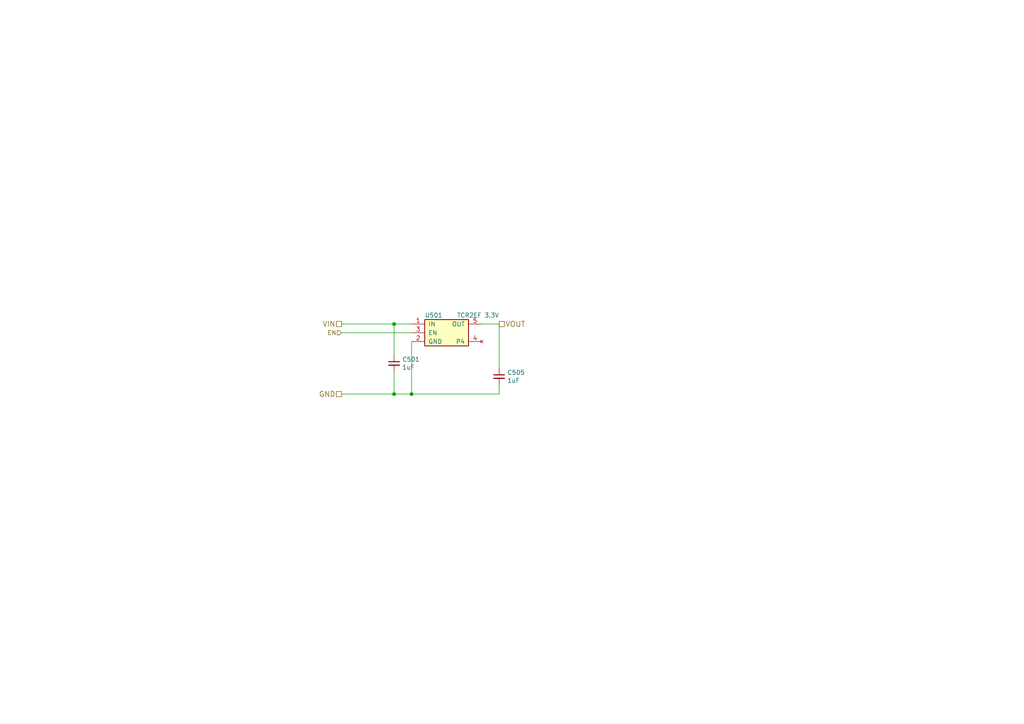
<source format=kicad_sch>
(kicad_sch (version 20211123) (generator eeschema)
  (paper "A4")
  (lib_symbols
    (symbol "Device:C_Small" (pin_numbers hide) (pin_names (offset 0.254) hide)
      (property "Reference" "C" (at 0.254 1.778 0))
      (property "Value" "C_Small" (at 0.254 -2.032 0))
      (symbol "C_Small_0_1"
        (polyline (pts (xy -1.524 -0.508) (xy 1.524 -0.508)) (stroke (width 0.3302)))
        (polyline (pts (xy -1.524 0.508) (xy 1.524 0.508)) (stroke (width 0.3048)))
      )
      (symbol "C_Small_1_1"
        (pin passive line (at 0 2.54 270) (length 2.032) (name "~") (number "1"))
        (pin passive line (at 0 -2.54 90) (length 2.032) (name "~") (number "2"))
      )
    )
    (symbol "KwanSystems:ADP122" (pin_names (offset 1.016))
      (property "Reference" "U" (at -6.35 5.08 0))
      (property "Value" "ADP122" (at 15.24 5.08 0))
      (symbol "ADP122_0_1"
        (rectangle (start -6.35 3.81) (end 6.35 -3.81) (stroke (width 0.254)) (fill (type background)))
      )
      (symbol "ADP122_1_1"
        (pin power_in line (at -10.16 2.54 0) (length 3.81) (name "IN") (number "1"))
        (pin power_in line (at -10.16 -2.54 0) (length 3.81) (name "GND") (number "2"))
        (pin input line (at -10.16 0 0) (length 3.81) (name "EN") (number "3"))
        (pin no_connect line (at 10.16 -2.54 180) (length 3.81) (name "P4") (number "4"))
        (pin power_out line (at 10.16 2.54 180) (length 3.81) (name "OUT") (number "5"))
      )
    )
  )
  (junction (at 114.3 93.98))
  (junction (at 114.3 114.3))
  (junction (at 119.38 114.3))
  (wire (pts (xy 114.3 93.98) (xy 114.3 102.87)))
  (wire (pts (xy 99.06 114.3) (xy 114.3 114.3)))
  (wire (pts (xy 144.78 114.3) (xy 144.78 111.76)))
  (wire (pts (xy 119.38 99.06) (xy 119.38 114.3)))
  (wire (pts (xy 119.38 114.3) (xy 144.78 114.3)))
  (wire (pts (xy 144.78 106.68) (xy 144.78 93.98)))
  (wire (pts (xy 114.3 93.98) (xy 119.38 93.98)))
  (wire (pts (xy 114.3 114.3) (xy 119.38 114.3)))
  (wire (pts (xy 99.06 93.98) (xy 114.3 93.98)))
  (wire (pts (xy 144.78 93.98) (xy 139.7 93.98)))
  (wire (pts (xy 99.06 96.52) (xy 119.38 96.52)))
  (wire (pts (xy 114.3 114.3) (xy 114.3 107.95)))
  (hierarchical_label "VOUT" (shape passive) (at 144.78 93.98 0) (effects (font (size 1.524 1.524))))
  (hierarchical_label "VIN" (shape passive) (at 99.06 93.98 180) (effects (font (size 1.524 1.524))))
  (hierarchical_label "GND" (shape passive) (at 99.06 114.3 180) (effects (font (size 1.524 1.524))))
  (hierarchical_label "EN" (shape input) (at 99.06 96.52 180))
  (symbol (lib_id "KwanSystems:ADP122") (at 129.54 96.52 0) (unit 1)
    (property "Reference" "U501" (at 123.19 91.44 0) (effects (justify left)))
    (property "Value" "TCR2EF 3.3V" (at 144.78 91.44 0) (effects (justify right)))
    (property "Footprint" "Package_TO_SOT_SMD:SOT-23-5" (effects hide))
    (property "Datasheet" "https://www.analog.com/media/en/technical-documentation/data-sheets/ADP122_123.pdf" (effects hide))
    (property "Digikey" "TCR2EF33LM(CTCT-ND" (effects hide))
    (property "Purpose" "Regulator VBus->3.3V" (effects hide))
  )
  (symbol (lib_id "Device:C_Small") (at 114.3 105.41 0) (unit 1)
    (property "Reference" "C501" (at 116.6368 104.2416 0) (effects (justify left)))
    (property "Value" "1uF" (at 116.6368 106.553 0) (effects (justify left)))
    (property "Footprint" "Capacitor_SMD:C_0402_1005Metric" (effects hide))
    (property "Digikey" "399-C0402C105K9PAC7800CT-ND" (effects hide))
    (property "Purpose" "Regulator Input" (effects hide))
  )
  (symbol (lib_id "Device:C_Small") (at 144.78 109.22 0) (unit 1)
    (property "Reference" "C505" (at 147.1168 108.0516 0) (effects (justify left)))
    (property "Value" "1uF" (at 147.1168 110.363 0) (effects (justify left)))
    (property "Footprint" "Capacitor_SMD:C_0402_1005Metric" (effects hide))
    (property "Digikey" "399-C0402C105K9PAC7800CT-ND" (effects hide))
    (property "Purpose" "Shoulder Regulator output" (effects hide))
    (property "Dielectric" "X5R" (effects hide))
    (property "Max Voltage" "6.3V" (effects hide))
    (property "Precision" "10%" (effects hide))
  )
)
</source>
